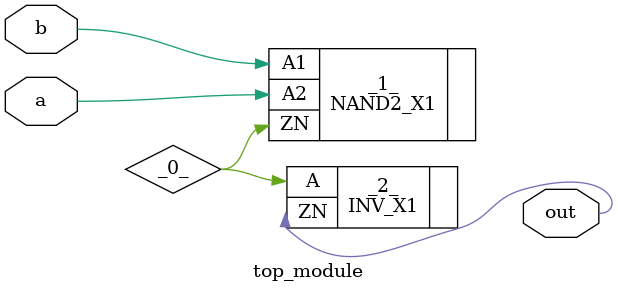
<source format=v>
/* Generated by Yosys 0.38+92 (git sha1 84116c9a3, x86_64-conda-linux-gnu-cc 11.2.0 -fvisibility-inlines-hidden -fmessage-length=0 -march=nocona -mtune=haswell -ftree-vectorize -fPIC -fstack-protector-strong -fno-plt -O2 -ffunction-sections -fdebug-prefix-map=/root/conda-eda/conda-eda/workdir/conda-env/conda-bld/yosys_1708682838165/work=/usr/local/src/conda/yosys-0.38_93_g84116c9a3 -fdebug-prefix-map=/mnt/shared-scratch/Rajendran_J/matthewdelorenzo/miniconda3/envs/rltf=/usr/local/src/conda-prefix -fPIC -Os -fno-merge-constants) */

module top_module(a, b, out);
  wire _0_;
  input a;
  wire a;
  input b;
  wire b;
  output out;
  wire out;
  NAND2_X1 _1_ (
    .A1(b),
    .A2(a),
    .ZN(_0_)
  );
  INV_X1 _2_ (
    .A(_0_),
    .ZN(out)
  );
endmodule

</source>
